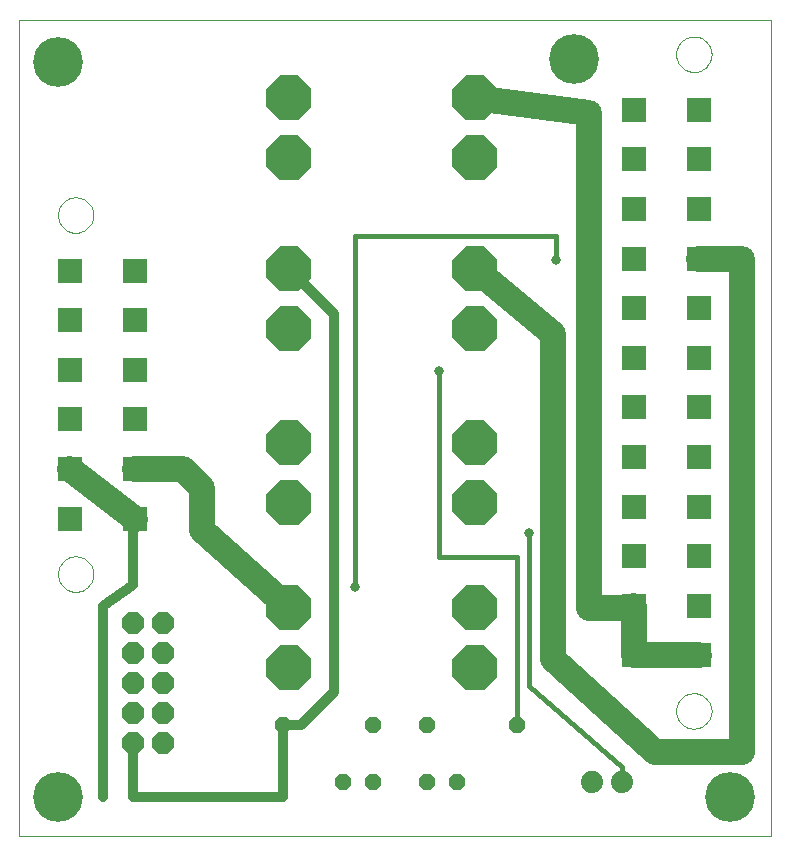
<source format=gtl>
G75*
G70*
%OFA0B0*%
%FSLAX24Y24*%
%IPPOS*%
%LPD*%
%AMOC8*
5,1,8,0,0,1.08239X$1,22.5*
%
%ADD10C,0.0000*%
%ADD11R,0.0827X0.0827*%
%ADD12OC8,0.1500*%
%ADD13OC8,0.0520*%
%ADD14C,0.0740*%
%ADD15OC8,0.0740*%
%ADD16C,0.0860*%
%ADD17C,0.0320*%
%ADD18C,0.0160*%
%ADD19C,0.0317*%
%ADD20C,0.1660*%
D10*
X000100Y000100D02*
X000100Y027296D01*
X025170Y027296D01*
X025170Y000100D01*
X000100Y000100D01*
X001407Y008816D02*
X001409Y008864D01*
X001415Y008912D01*
X001425Y008959D01*
X001438Y009005D01*
X001456Y009050D01*
X001476Y009094D01*
X001501Y009136D01*
X001529Y009175D01*
X001559Y009212D01*
X001593Y009246D01*
X001630Y009278D01*
X001668Y009307D01*
X001709Y009332D01*
X001752Y009354D01*
X001797Y009372D01*
X001843Y009386D01*
X001890Y009397D01*
X001938Y009404D01*
X001986Y009407D01*
X002034Y009406D01*
X002082Y009401D01*
X002130Y009392D01*
X002176Y009380D01*
X002221Y009363D01*
X002265Y009343D01*
X002307Y009320D01*
X002347Y009293D01*
X002385Y009263D01*
X002420Y009230D01*
X002452Y009194D01*
X002482Y009156D01*
X002508Y009115D01*
X002530Y009072D01*
X002550Y009028D01*
X002565Y008983D01*
X002577Y008936D01*
X002585Y008888D01*
X002589Y008840D01*
X002589Y008792D01*
X002585Y008744D01*
X002577Y008696D01*
X002565Y008649D01*
X002550Y008604D01*
X002530Y008560D01*
X002508Y008517D01*
X002482Y008476D01*
X002452Y008438D01*
X002420Y008402D01*
X002385Y008369D01*
X002347Y008339D01*
X002307Y008312D01*
X002265Y008289D01*
X002221Y008269D01*
X002176Y008252D01*
X002130Y008240D01*
X002082Y008231D01*
X002034Y008226D01*
X001986Y008225D01*
X001938Y008228D01*
X001890Y008235D01*
X001843Y008246D01*
X001797Y008260D01*
X001752Y008278D01*
X001709Y008300D01*
X001668Y008325D01*
X001630Y008354D01*
X001593Y008386D01*
X001559Y008420D01*
X001529Y008457D01*
X001501Y008496D01*
X001476Y008538D01*
X001456Y008582D01*
X001438Y008627D01*
X001425Y008673D01*
X001415Y008720D01*
X001409Y008768D01*
X001407Y008816D01*
X001407Y020784D02*
X001409Y020832D01*
X001415Y020880D01*
X001425Y020927D01*
X001438Y020973D01*
X001456Y021018D01*
X001476Y021062D01*
X001501Y021104D01*
X001529Y021143D01*
X001559Y021180D01*
X001593Y021214D01*
X001630Y021246D01*
X001668Y021275D01*
X001709Y021300D01*
X001752Y021322D01*
X001797Y021340D01*
X001843Y021354D01*
X001890Y021365D01*
X001938Y021372D01*
X001986Y021375D01*
X002034Y021374D01*
X002082Y021369D01*
X002130Y021360D01*
X002176Y021348D01*
X002221Y021331D01*
X002265Y021311D01*
X002307Y021288D01*
X002347Y021261D01*
X002385Y021231D01*
X002420Y021198D01*
X002452Y021162D01*
X002482Y021124D01*
X002508Y021083D01*
X002530Y021040D01*
X002550Y020996D01*
X002565Y020951D01*
X002577Y020904D01*
X002585Y020856D01*
X002589Y020808D01*
X002589Y020760D01*
X002585Y020712D01*
X002577Y020664D01*
X002565Y020617D01*
X002550Y020572D01*
X002530Y020528D01*
X002508Y020485D01*
X002482Y020444D01*
X002452Y020406D01*
X002420Y020370D01*
X002385Y020337D01*
X002347Y020307D01*
X002307Y020280D01*
X002265Y020257D01*
X002221Y020237D01*
X002176Y020220D01*
X002130Y020208D01*
X002082Y020199D01*
X002034Y020194D01*
X001986Y020193D01*
X001938Y020196D01*
X001890Y020203D01*
X001843Y020214D01*
X001797Y020228D01*
X001752Y020246D01*
X001709Y020268D01*
X001668Y020293D01*
X001630Y020322D01*
X001593Y020354D01*
X001559Y020388D01*
X001529Y020425D01*
X001501Y020464D01*
X001476Y020506D01*
X001456Y020550D01*
X001438Y020595D01*
X001425Y020641D01*
X001415Y020688D01*
X001409Y020736D01*
X001407Y020784D01*
X022011Y026145D02*
X022013Y026193D01*
X022019Y026241D01*
X022029Y026288D01*
X022042Y026334D01*
X022060Y026379D01*
X022080Y026423D01*
X022105Y026465D01*
X022133Y026504D01*
X022163Y026541D01*
X022197Y026575D01*
X022234Y026607D01*
X022272Y026636D01*
X022313Y026661D01*
X022356Y026683D01*
X022401Y026701D01*
X022447Y026715D01*
X022494Y026726D01*
X022542Y026733D01*
X022590Y026736D01*
X022638Y026735D01*
X022686Y026730D01*
X022734Y026721D01*
X022780Y026709D01*
X022825Y026692D01*
X022869Y026672D01*
X022911Y026649D01*
X022951Y026622D01*
X022989Y026592D01*
X023024Y026559D01*
X023056Y026523D01*
X023086Y026485D01*
X023112Y026444D01*
X023134Y026401D01*
X023154Y026357D01*
X023169Y026312D01*
X023181Y026265D01*
X023189Y026217D01*
X023193Y026169D01*
X023193Y026121D01*
X023189Y026073D01*
X023181Y026025D01*
X023169Y025978D01*
X023154Y025933D01*
X023134Y025889D01*
X023112Y025846D01*
X023086Y025805D01*
X023056Y025767D01*
X023024Y025731D01*
X022989Y025698D01*
X022951Y025668D01*
X022911Y025641D01*
X022869Y025618D01*
X022825Y025598D01*
X022780Y025581D01*
X022734Y025569D01*
X022686Y025560D01*
X022638Y025555D01*
X022590Y025554D01*
X022542Y025557D01*
X022494Y025564D01*
X022447Y025575D01*
X022401Y025589D01*
X022356Y025607D01*
X022313Y025629D01*
X022272Y025654D01*
X022234Y025683D01*
X022197Y025715D01*
X022163Y025749D01*
X022133Y025786D01*
X022105Y025825D01*
X022080Y025867D01*
X022060Y025911D01*
X022042Y025956D01*
X022029Y026002D01*
X022019Y026049D01*
X022013Y026097D01*
X022011Y026145D01*
X022011Y004255D02*
X022013Y004303D01*
X022019Y004351D01*
X022029Y004398D01*
X022042Y004444D01*
X022060Y004489D01*
X022080Y004533D01*
X022105Y004575D01*
X022133Y004614D01*
X022163Y004651D01*
X022197Y004685D01*
X022234Y004717D01*
X022272Y004746D01*
X022313Y004771D01*
X022356Y004793D01*
X022401Y004811D01*
X022447Y004825D01*
X022494Y004836D01*
X022542Y004843D01*
X022590Y004846D01*
X022638Y004845D01*
X022686Y004840D01*
X022734Y004831D01*
X022780Y004819D01*
X022825Y004802D01*
X022869Y004782D01*
X022911Y004759D01*
X022951Y004732D01*
X022989Y004702D01*
X023024Y004669D01*
X023056Y004633D01*
X023086Y004595D01*
X023112Y004554D01*
X023134Y004511D01*
X023154Y004467D01*
X023169Y004422D01*
X023181Y004375D01*
X023189Y004327D01*
X023193Y004279D01*
X023193Y004231D01*
X023189Y004183D01*
X023181Y004135D01*
X023169Y004088D01*
X023154Y004043D01*
X023134Y003999D01*
X023112Y003956D01*
X023086Y003915D01*
X023056Y003877D01*
X023024Y003841D01*
X022989Y003808D01*
X022951Y003778D01*
X022911Y003751D01*
X022869Y003728D01*
X022825Y003708D01*
X022780Y003691D01*
X022734Y003679D01*
X022686Y003670D01*
X022638Y003665D01*
X022590Y003664D01*
X022542Y003667D01*
X022494Y003674D01*
X022447Y003685D01*
X022401Y003699D01*
X022356Y003717D01*
X022313Y003739D01*
X022272Y003764D01*
X022234Y003793D01*
X022197Y003825D01*
X022163Y003859D01*
X022133Y003896D01*
X022105Y003935D01*
X022080Y003977D01*
X022060Y004021D01*
X022042Y004066D01*
X022029Y004112D01*
X022019Y004159D01*
X022013Y004207D01*
X022011Y004255D01*
D11*
X022783Y006106D03*
X022783Y007759D03*
X022783Y009413D03*
X022783Y011066D03*
X022783Y012720D03*
X022783Y014373D03*
X022783Y016027D03*
X022783Y017680D03*
X022783Y019334D03*
X022783Y020987D03*
X022783Y022641D03*
X022783Y024294D03*
X020617Y024294D03*
X020617Y022641D03*
X020617Y020987D03*
X020617Y019334D03*
X020617Y017680D03*
X020617Y016027D03*
X020617Y014373D03*
X020617Y012720D03*
X020617Y011066D03*
X020617Y009413D03*
X020617Y007759D03*
X020617Y006106D03*
X003983Y010666D03*
X003983Y012320D03*
X003983Y013973D03*
X003983Y015627D03*
X003983Y017280D03*
X003983Y018934D03*
X001817Y018934D03*
X001817Y017280D03*
X001817Y015627D03*
X001817Y013973D03*
X001817Y012320D03*
X001817Y010666D03*
D12*
X009100Y011200D03*
X009100Y013200D03*
X009100Y017000D03*
X009100Y019000D03*
X009100Y022700D03*
X009100Y024700D03*
X015300Y024700D03*
X015300Y022700D03*
X015300Y019000D03*
X015300Y017000D03*
X015300Y013200D03*
X015300Y011200D03*
X015300Y007700D03*
X015300Y005700D03*
X009100Y005700D03*
X009100Y007700D03*
D13*
X008900Y003800D03*
X010900Y001900D03*
X011900Y001900D03*
X013700Y001900D03*
X014700Y001900D03*
X013700Y003800D03*
X011900Y003800D03*
X016700Y003800D03*
D14*
X019200Y001900D03*
X020200Y001900D03*
D15*
X004900Y003200D03*
X004900Y004200D03*
X004900Y005200D03*
X004900Y006200D03*
X004900Y007200D03*
X003900Y007200D03*
X003900Y006200D03*
X003900Y005200D03*
X003900Y004200D03*
X003900Y003200D03*
D16*
X009100Y007700D02*
X006200Y010270D01*
X006200Y011700D01*
X005580Y012320D01*
X003983Y012320D01*
X003983Y010666D02*
X001817Y012320D01*
X015300Y019000D02*
X017900Y016830D01*
X017900Y006000D01*
X021300Y002900D01*
X024200Y002900D01*
X024200Y019334D01*
X022783Y019334D01*
X019100Y024200D02*
X019100Y007700D01*
X020558Y007700D01*
X020617Y007759D01*
X020617Y006106D01*
X022783Y006106D01*
X019100Y024200D02*
X015300Y024700D01*
D17*
X009100Y019000D02*
X010600Y017500D01*
X010600Y004900D01*
X009500Y003800D01*
X008900Y003800D01*
X008900Y001400D01*
X003900Y001400D01*
X003900Y003200D01*
X002900Y001400D02*
X002900Y007766D01*
X003900Y008466D01*
X003900Y010100D01*
X003983Y010666D01*
D18*
X011300Y008400D02*
X011300Y020100D01*
X018000Y020100D01*
X018000Y019300D01*
X014100Y015600D02*
X014100Y009400D01*
X016700Y009400D01*
X016700Y003800D01*
X017100Y005100D02*
X020200Y002400D01*
X020200Y001900D01*
X017100Y005100D02*
X017100Y010200D01*
D19*
X017100Y010200D03*
X014100Y015600D03*
X018000Y019300D03*
X011300Y008400D03*
X002900Y001400D03*
D20*
X001400Y001400D03*
X023800Y001400D03*
X018600Y026000D03*
X001400Y025900D03*
M02*

</source>
